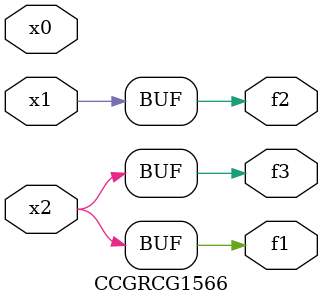
<source format=v>
module CCGRCG1566(
	input x0, x1, x2,
	output f1, f2, f3
);
	assign f1 = x2;
	assign f2 = x1;
	assign f3 = x2;
endmodule

</source>
